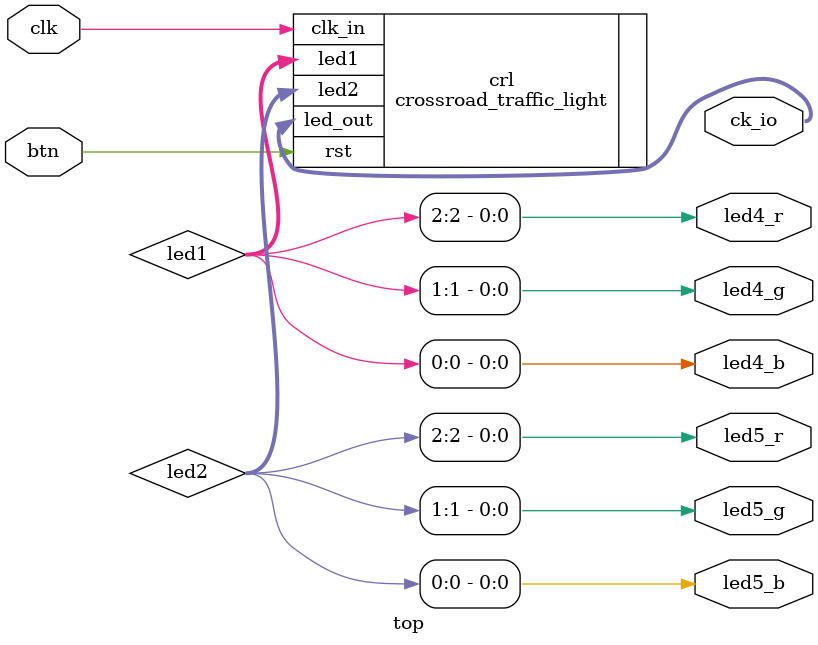
<source format=v>
module top(
    output led4_b, led4_g, led4_r, led5_b, led5_g, led5_r, 
    output [6:0] ck_io,
    input clk, btn
    );
    wire[2:0] led1, led2;
    assign {led4_r, led4_g, led4_b} = led1;
    assign {led5_r, led5_g, led5_b} = led2;
    crossroad_traffic_light crl(.led1(led1), .led2(led2),.led_out(ck_io), .clk_in(clk), .rst(btn));
endmodule

</source>
